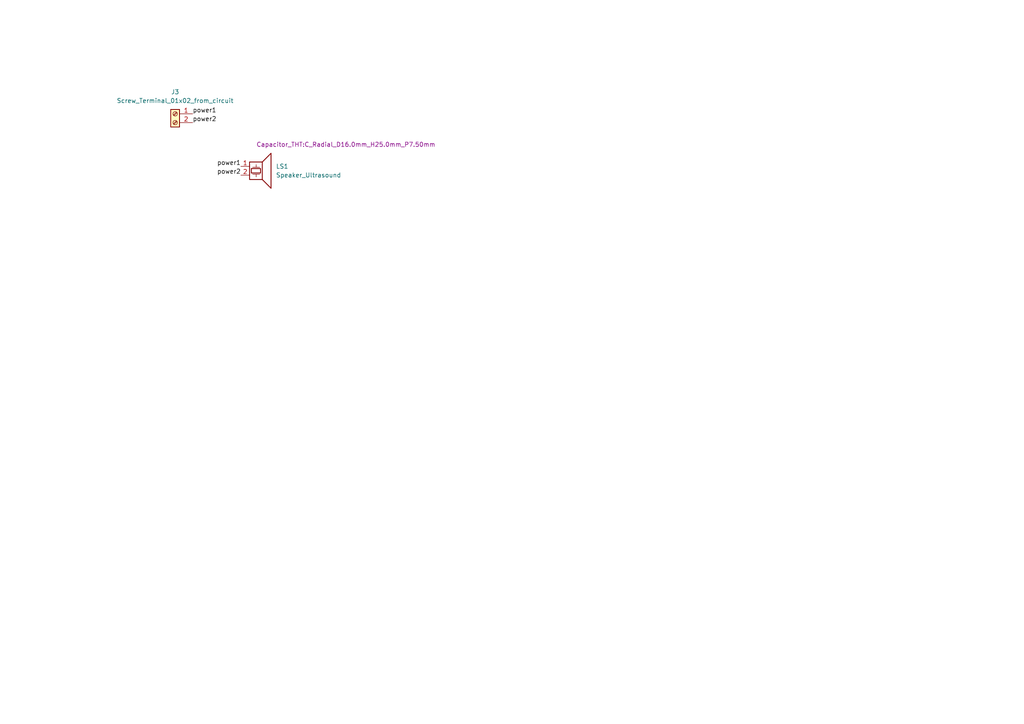
<source format=kicad_sch>
(kicad_sch (version 20211123) (generator eeschema)
  (paper "A4")
  (lib_symbols
    (symbol "Connector:Screw_Terminal_01x02" (pin_names (offset 1.016) hide)
      (property "Reference" "J" (at 0 2.54 0))
      (property "Value" "Screw_Terminal_01x02" (at 0 -5.08 0))
      (symbol "Screw_Terminal_01x02_1_1"
        (rectangle (start -1.27 1.27) (end 1.27 -3.81) (stroke (width 0.254)) (fill (type background)))
        (circle (center 0 -2.54) (radius 0.635) (stroke (width 0.1524)))
        (polyline (pts (xy -0.5334 -2.2098) (xy 0.3302 -3.048)) (stroke (width 0.1524)))
        (polyline (pts (xy -0.5334 0.3302) (xy 0.3302 -0.508)) (stroke (width 0.1524)))
        (polyline (pts (xy -0.3556 -2.032) (xy 0.508 -2.8702)) (stroke (width 0.1524)))
        (polyline (pts (xy -0.3556 0.508) (xy 0.508 -0.3302)) (stroke (width 0.1524)))
        (circle (center 0 0) (radius 0.635) (stroke (width 0.1524)))
        (pin passive line (at -5.08 0 0) (length 3.81) (name "Pin_1") (number "1"))
        (pin passive line (at -5.08 -2.54 0) (length 3.81) (name "Pin_2") (number "2"))
      )
    )
    (symbol "Device:Speaker_Ultrasound" (pin_names (offset 0) hide)
      (property "Reference" "LS" (at 0.635 5.715 0))
      (property "Value" "Speaker_Ultrasound" (at 0.635 3.81 0))
      (symbol "Speaker_Ultrasound_0_0"
        (rectangle (start -2.54 1.27) (end 1.143 -3.81) (stroke (width 0.254)))
        (rectangle (start -2.032 -0.635) (end 0.635 -1.905) (stroke (width 0.254)))
        (polyline (pts (xy -1.651 -2.286) (xy 0.381 -2.286)))
        (polyline (pts (xy -1.651 -0.254) (xy 0.381 -0.254)))
        (polyline (pts (xy -0.635 -2.286) (xy -0.635 -3.048)))
        (polyline (pts (xy -0.635 -0.254) (xy -0.635 0.508)))
        (polyline (pts (xy 1.143 1.27) (xy 3.683 3.81) (xy 3.683 -6.35) (xy 1.143 -3.81)) (stroke (width 0.254)))
      )
      (symbol "Speaker_Ultrasound_1_1"
        (pin input line (at -5.08 0 0) (length 2.54) (name "1") (number "1"))
        (pin input line (at -5.08 -2.54 0) (length 2.54) (name "2") (number "2"))
      )
    )
  )
  (label "power1" (at 55.88 33.02 0))
  (label "power2" (at 69.85 50.8 180))
  (label "power2" (at 55.88 35.56 0))
  (label "power1" (at 69.85 48.26 180))
  (symbol (lib_id "Device:Speaker_Ultrasound") (at 74.93 48.26 0) (unit 1)
    (property "Reference" "LS1" (at 80.01 48.2599 0) (effects (justify left)))
    (property "Value" "Speaker_Ultrasound" (at 80.01 50.7999 0) (effects (justify left)))
    (property "Footprint" "Capacitor_THT:C_Radial_D16.0mm_H25.0mm_P7.50mm" (at 100.33 41.91 0))
  )
  (symbol (lib_id "Connector:Screw_Terminal_01x02") (at 50.8 33.02 0) (mirror y) (unit 1)
    (property "Reference" "J3" (at 50.8 26.67 0))
    (property "Value" "Screw_Terminal_01x02_from_circuit" (at 50.8 29.21 0))
    (property "Footprint" "TerminalBlock_TE-Connectivity:TerminalBlock_TE_282834-2_1x02_P2.54mm_Horizontal" (effects hide))
  )
)
</source>
